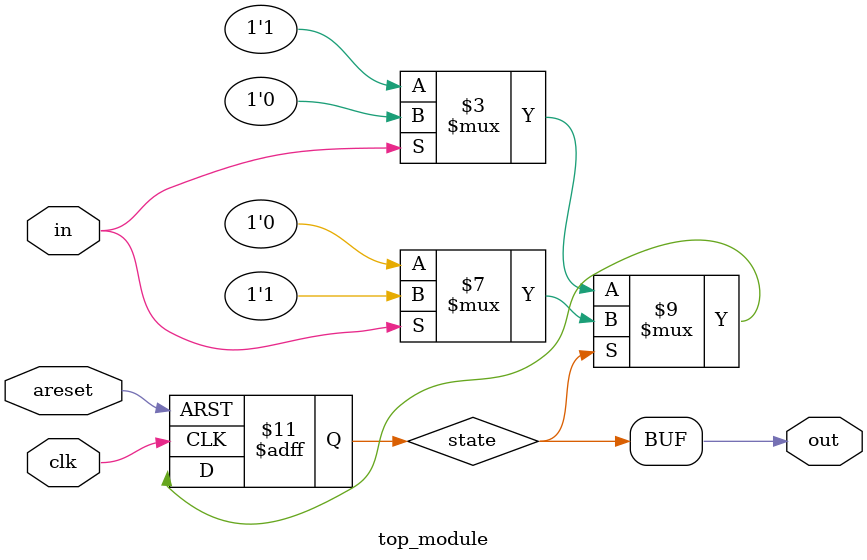
<source format=sv>
module top_module (
    input clk,
    input in,
    input areset,
    output out
);

    reg state;
    
    always @(posedge clk, posedge areset) begin
        if (areset) begin
            state <= 1'b0; // state B
        end else begin
            if (state) begin // state B
                if (in) begin
                    state <= 1'b1; // state B
                end else begin
                    state <= 1'b0; // state A
                end
            end else begin // state A
                if (in) begin
                    state <= 1'b0; // state A
                end else begin
                    state <= 1'b1; // state B
                end
            end
        end
    end

    assign out = state;

endmodule

</source>
